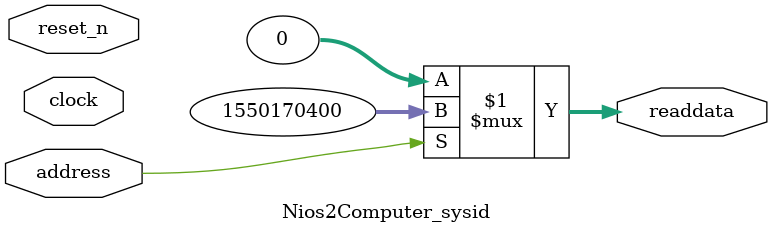
<source format=v>



// synthesis translate_off
`timescale 1ns / 1ps
// synthesis translate_on

// turn off superfluous verilog processor warnings 
// altera message_level Level1 
// altera message_off 10034 10035 10036 10037 10230 10240 10030 

module Nios2Computer_sysid (
               // inputs:
                address,
                clock,
                reset_n,

               // outputs:
                readdata
             )
;

  output  [ 31: 0] readdata;
  input            address;
  input            clock;
  input            reset_n;

  wire    [ 31: 0] readdata;
  //control_slave, which is an e_avalon_slave
  assign readdata = address ? 1550170400 : 0;

endmodule



</source>
